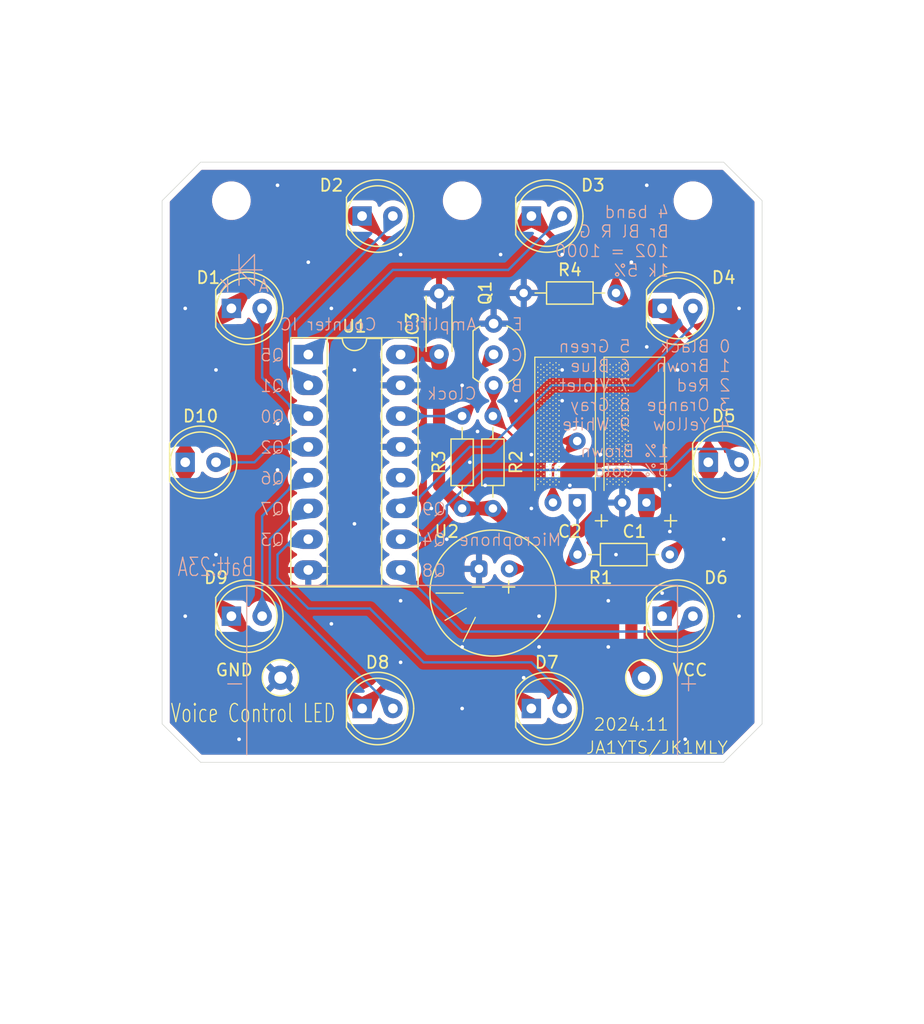
<source format=kicad_pcb>
(kicad_pcb (version 20240108) (generator "pcbnew") (generator_version "8.0")
  (layers (0 "F.Cu" signal) (31 "B.Cu" signal) (34 "B.Paste" user) (35 "F.Paste" user) (36 "B.SilkS" user "B.Silkscreen") (37 "F.SilkS" user "F.Silkscreen") (38 "B.Mask" user) (39 "F.Mask" user) (44 "Edge.Cuts" user))
  (net 0 "")
  (net 1 "VCC")
  (net 2 "GND")
  (net 3 "Net-(U2-+)")
  (net 4 "Net-(Q1-B)")
  (net 5 "Net-(D1-A)")
  (net 6 "Net-(D1-K)")
  (net 7 "Net-(D2-A)")
  (net 8 "Net-(D3-A)")
  (net 9 "Net-(D4-A)")
  (net 10 "Net-(D5-A)")
  (net 11 "Net-(D6-A)")
  (net 12 "Net-(D7-A)")
  (net 13 "Net-(D8-A)")
  (net 14 "Net-(D9-A)")
  (net 15 "Net-(D10-A)")
  (net 16 "Net-(Q1-C)")
  (footprint "TestPoint:TestPoint_Loop_D1.80mm_Drill1.0mm_Beaded" (layer "F.Cu") (at 167.4 93.98)
    (property "Reference" "J1")
    (property "Value" "VCC" (at 3.81 -0.635 0) (layer "F.SilkS"))
    (fp_circle (center 0 0) (end 1.5 0) (stroke (width 0.12)) (fill none) (layer "F.SilkS"))
    (pad "1" thru_hole circle (at 0 0) (size 2 2) (drill 1) (layers "*.Cu" "*.Mask") (net 1 "VCC"))
  )
  (footprint "Capacitor_THT:C_Disc_D4.3mm_W1.9mm_P5.00mm" (layer "F.Cu") (at 150.495 67.27 90)
    (property "Reference" "C3" (at 2.5 -2.2 90) (layer "F.SilkS"))
    (property "Value" "0.1u")
    (fp_line (start 4.77 -1.07) (end 4.77 -1.055) (stroke (width 0.12)) (layer "F.SilkS"))
    (fp_line (start 0.23 -1.07) (end 4.77 -1.07) (stroke (width 0.12)) (layer "F.SilkS"))
    (fp_line (start 0.23 -1.07) (end 0.23 -1.055) (stroke (width 0.12)) (layer "F.SilkS"))
    (fp_line (start 4.77 1.055) (end 4.77 1.07) (stroke (width 0.12)) (layer "F.SilkS"))
    (fp_line (start 0.23 1.055) (end 0.23 1.07) (stroke (width 0.12)) (layer "F.SilkS"))
    (fp_line (start 0.23 1.07) (end 4.77 1.07) (stroke (width 0.12)) (layer "F.SilkS"))
    (pad "1" thru_hole circle (at 0 0 90) (size 1.6 1.6) (drill 0.8) (layers "*.Cu" "*.Mask") (net 1 "VCC"))
    (pad "2" thru_hole circle (at 5 0 90) (size 1.6 1.6) (drill 0.8) (layers "*.Cu" "*.Mask") (net 2 "GND"))
  )
  (footprint "Library:CP_D5.0mm_L11mm_P2.00mm_horiz" (layer "F.Cu") (at 161.8975 79.5275 180)
    (property "Reference" "C2" (at 0.6075 -2.3875 0) (layer "F.SilkS"))
    (property "Value" "10u")
    (fp_line (start 3.5 12) (end -1.5 12) (stroke (width 0.1)) (layer "F.SilkS"))
    (fp_line (start 3.5 1) (end 3.5 12) (stroke (width 0.1)) (layer "F.SilkS"))
    (fp_line (start 3.25 1.5) (end 3.25 11.55) (stroke (width 0.1) (type dot)) (layer "F.SilkS"))
    (fp_line (start 3 1.725) (end 3 11.775) (stroke (width 0.1) (type dot)) (layer "F.SilkS"))
    (fp_line (start 2.75 1.5) (end 2.75 11.55) (stroke (width 0.1) (type dot)) (layer "F.SilkS"))
    (fp_line (start 2.5 1.7) (end 2.5 11.75) (stroke (width 0.1) (type dot)) (layer "F.SilkS"))
    (fp_line (start 2.25 1.45) (end 2.25 11.75) (stroke (width 0.1) (type dot)) (layer "F.SilkS"))
    (fp_line (start 2 1.7) (end 2 11.5) (stroke (width 0.1) (type dot)) (layer "F.SilkS"))
    (fp_line (start 1.75 1.45) (end 1.75 11.75) (stroke (width 0.1) (type dot)) (layer "F.SilkS"))
    (fp_line (start 1.5 1.7) (end 1.5 11.75) (stroke (width 0.1) (type dot)) (layer "F.SilkS"))
    (fp_line (start 1.5 1.7) (end 1.5 7.7) (stroke (width 0.1) (type dot)) (layer "F.SilkS"))
    (fp_line (start -1.5 12) (end -1.5 1) (stroke (width 0.1)) (layer "F.SilkS"))
    (fp_line (start -2 -2) (end -2 -1) (stroke (width 0.12)) (layer "F.SilkS"))
    (fp_line (start -2.5 -1.5) (end -1.5 -1.5) (stroke (width 0.12)) (layer "F.SilkS"))
    (pad "1" thru_hole rect (at 0 0 180) (size 1.4 1.4) (drill 0.7) (layers "*.Cu" "*.Mask") (net 3 "Net-(U2-+)"))
    (pad "2" thru_hole circle (at 2 0 180) (size 1.4 1.4) (drill 0.7) (layers "*.Cu" "*.Mask") (net 4 "Net-(Q1-B)"))
  )
  (footprint "MountingHole:MountingHole_2.7mm_M2.5" (layer "F.Cu") (at 171.45 54.61)
    (property "Reference" "H3")
    (property "Value" "MountingHole")
    (pad "" np_thru_hole circle (at 0 0) (size 2.7 2.7) (drill 2.7) (layers "*.Cu" "*.Mask"))
  )
  (footprint "Library:LED_D5.0mm_RS" (layer "F.Cu") (at 144.14 55.88)
    (property "Reference" "D2" (at -2.535 -2.54 0) (layer "F.SilkS"))
    (property "Value" "LED")
    (fp_line (start -1.29 -1.545) (end -1.29 1.545) (stroke (width 0.12)) (layer "F.SilkS"))
    (fp_arc (start -1.29 -1.54483) (mid 2.072002 -2.880433) (end 4.26 0.000462) (stroke (width 0.12)) (layer "F.SilkS"))
    (fp_arc (start 4.26 -0.000462) (mid 2.072002 2.880433) (end -1.29 1.54483) (stroke (width 0.12)) (layer "F.SilkS"))
    (fp_circle (center 1.27 0) (end 3.77 0) (stroke (width 0.12)) (fill none) (layer "F.SilkS"))
    (pad "1" thru_hole rect (at 0 0) (size 1.6 1.6) (drill 0.8) (layers "*.Cu" "*.Mask") (net 6 "Net-(D1-K)"))
    (pad "2" thru_hole circle (at 2.54 0) (size 1.6 1.6) (drill 0.8) (layers "*.Cu" "*.Mask") (net 7 "Net-(D2-A)"))
  )
  (footprint "Resistor_THT:R_Axial_DIN0204_L3.6mm_D1.6mm_P7.62mm_Horizontal" (layer "F.Cu") (at 165.1 62.23 180)
    (property "Reference" "R4" (at 3.81 1.905 0) (layer "F.SilkS"))
    (property "Value" "1k")
    (fp_line (start 6.68 0) (end 5.73 0) (stroke (width 0.12)) (layer "F.SilkS"))
    (fp_line (start 5.73 0.92) (end 5.73 -0.92) (stroke (width 0.12)) (layer "F.SilkS"))
    (fp_line (start 5.73 -0.92) (end 1.89 -0.92) (stroke (width 0.12)) (layer "F.SilkS"))
    (fp_line (start 1.89 0.92) (end 5.73 0.92) (stroke (width 0.12)) (layer "F.SilkS"))
    (fp_line (start 1.89 -0.92) (end 1.89 0.92) (stroke (width 0.12)) (layer "F.SilkS"))
    (fp_line (start 0.94 0) (end 1.89 0) (stroke (width 0.12)) (layer "F.SilkS"))
    (pad "1" thru_hole circle (at 0 0 180) (size 1.4 1.4) (drill 0.7) (layers "*.Cu" "*.Mask") (net 6 "Net-(D1-K)"))
    (pad "2" thru_hole oval (at 7.62 0 180) (size 1.4 1.4) (drill 0.7) (layers "*.Cu" "*.Mask") (net 2 "GND"))
  )
  (footprint "Library:LED_D5.0mm_RS" (layer "F.Cu") (at 172.72 76.2)
    (property "Reference" "D5" (at 1.27 -3.81 0) (layer "F.SilkS"))
    (property "Value" "LED")
    (fp_line (start -1.29 -1.545) (end -1.29 1.545) (stroke (width 0.12)) (layer "F.SilkS"))
    (fp_arc (start -1.29 -1.54483) (mid 2.072002 -2.880433) (end 4.26 0.000462) (stroke (width 0.12)) (layer "F.SilkS"))
    (fp_arc (start 4.26 -0.000462) (mid 2.072002 2.880433) (end -1.29 1.54483) (stroke (width 0.12)) (layer "F.SilkS"))
    (fp_circle (center 1.27 0) (end 3.77 0) (stroke (width 0.12)) (fill none) (layer "F.SilkS"))
    (pad "1" thru_hole rect (at 0 0) (size 1.6 1.6) (drill 0.8) (layers "*.Cu" "*.Mask") (net 6 "Net-(D1-K)"))
    (pad "2" thru_hole circle (at 2.54 0) (size 1.6 1.6) (drill 0.8) (layers "*.Cu" "*.Mask") (net 10 "Net-(D5-A)"))
  )
  (footprint "Resistor_THT:R_Axial_DIN0204_L3.6mm_D1.6mm_P7.62mm_Horizontal" (layer "F.Cu") (at 169.545 83.82 180)
    (property "Reference" "R1" (at 5.715 -1.905 360) (layer "F.SilkS"))
    (property "Value" "10k")
    (fp_line (start 6.68 0) (end 5.73 0) (stroke (width 0.12)) (layer "F.SilkS"))
    (fp_line (start 5.73 0.92) (end 5.73 -0.92) (stroke (width 0.12)) (layer "F.SilkS"))
    (fp_line (start 5.73 -0.92) (end 1.89 -0.92) (stroke (width 0.12)) (layer "F.SilkS"))
    (fp_line (start 1.89 0.92) (end 5.73 0.92) (stroke (width 0.12)) (layer "F.SilkS"))
    (fp_line (start 1.89 -0.92) (end 1.89 0.92) (stroke (width 0.12)) (layer "F.SilkS"))
    (fp_line (start 0.94 0) (end 1.89 0) (stroke (width 0.12)) (layer "F.SilkS"))
    (pad "1" thru_hole circle (at 0 0 180) (size 1.4 1.4) (drill 0.7) (layers "*.Cu" "*.Mask") (net 1 "VCC"))
    (pad "2" thru_hole oval (at 7.62 0 180) (size 1.4 1.4) (drill 0.7) (layers "*.Cu" "*.Mask") (net 3 "Net-(U2-+)"))
  )
  (footprint "MountingHole:MountingHole_2.7mm_M2.5" (layer "F.Cu") (at 152.4 54.61)
    (property "Reference" "H2")
    (property "Value" "MountingHole")
    (pad "" np_thru_hole circle (at 0 0) (size 2.7 2.7) (drill 2.7) (layers "*.Cu" "*.Mask"))
  )
  (footprint "" (layer "F.Cu") (at 161.8975 74.4475)
    (property "Reference" "" (at 0 0 0) (layer "F.SilkS") (effects (font (size 1.27 1.27))))
    (property "Value" "")
    (pad "2" thru_hole circle (at 0 0 180) (size 1.4 1.4) (drill 0.7) (layers "*.Cu" "*.Mask") (net 4 "Net-(Q1-B)"))
  )
  (footprint "Library:LED_D5.0mm_RS" (layer "F.Cu") (at 168.91 88.9)
    (property "Reference" "D6" (at 4.445 -3.175 0) (layer "F.SilkS"))
    (property "Value" "LED")
    (fp_line (start -1.29 -1.545) (end -1.29 1.545) (stroke (width 0.12)) (layer "F.SilkS"))
    (fp_arc (start -1.29 -1.54483) (mid 2.072002 -2.880433) (end 4.26 0.000462) (stroke (width 0.12)) (layer "F.SilkS"))
    (fp_arc (start 4.26 -0.000462) (mid 2.072002 2.880433) (end -1.29 1.54483) (stroke (width 0.12)) (layer "F.SilkS"))
    (fp_circle (center 1.27 0) (end 3.77 0) (stroke (width 0.12)) (fill none) (layer "F.SilkS"))
    (pad "1" thru_hole rect (at 0 0) (size 1.6 1.6) (drill 0.8) (layers "*.Cu" "*.Mask") (net 6 "Net-(D1-K)"))
    (pad "2" thru_hole circle (at 2.54 0) (size 1.6 1.6) (drill 0.8) (layers "*.Cu" "*.Mask") (net 11 "Net-(D6-A)"))
  )
  (footprint "Package_DIP:DIP-16_W7.62mm_Socket_LongPads" (layer "F.Cu") (at 139.7 67.31)
    (property "Reference" "U1" (at 3.81 -2.33 0) (layer "F.SilkS"))
    (property "Value" "4017")
    (fp_line (start -1.44 -1.39) (end -1.44 19.17) (stroke (width 0.12)) (layer "F.SilkS"))
    (fp_line (start -1.44 19.17) (end 9.06 19.17) (stroke (width 0.12)) (layer "F.SilkS"))
    (fp_line (start 1.56 -1.33) (end 1.56 19.11) (stroke (width 0.12)) (layer "F.SilkS"))
    (fp_line (start 1.56 19.11) (end 6.06 19.11) (stroke (width 0.12)) (layer "F.SilkS"))
    (fp_line (start 2.81 -1.33) (end 1.56 -1.33) (stroke (width 0.12)) (layer "F.SilkS"))
    (fp_line (start 6.06 -1.33) (end 4.81 -1.33) (stroke (width 0.12)) (layer "F.SilkS"))
    (fp_line (start 6.06 19.11) (end 6.06 -1.33) (stroke (width 0.12)) (layer "F.SilkS"))
    (fp_line (start 9.06 -1.39) (end -1.44 -1.39) (stroke (width 0.12)) (layer "F.SilkS"))
    (fp_line (start 9.06 19.17) (end 9.06 -1.39) (stroke (width 0.12)) (layer "F.SilkS"))
    (fp_arc (start 4.81 -1.33) (mid 3.81 -0.33) (end 2.81 -1.33) (stroke (width 0.12)) (layer "F.SilkS"))
    (pad "1" thru_hole rect (at 0 0) (size 2.4 1.6) (drill 0.8) (layers "*.Cu" "*.Mask") (net 8 "Net-(D3-A)"))
    (pad "2" thru_hole oval (at 0 2.54) (size 2.4 1.6) (drill 0.8) (layers "*.Cu" "*.Mask") (net 7 "Net-(D2-A)"))
    (pad "3" thru_hole oval (at 0 5.08) (size 2.4 1.6) (drill 0.8) (layers "*.Cu" "*.Mask") (net 5 "Net-(D1-A)"))
    (pad "4" thru_hole oval (at 0 7.62) (size 2.4 1.6) (drill 0.8) (layers "*.Cu" "*.Mask") (net 15 "Net-(D10-A)"))
    (pad "5" thru_hole oval (at 0 10.16) (size 2.4 1.6) (drill 0.8) (layers "*.Cu" "*.Mask") (net 14 "Net-(D9-A)"))
    (pad "6" thru_hole oval (at 0 12.7) (size 2.4 1.6) (drill 0.8) (layers "*.Cu" "*.Mask") (net 13 "Net-(D8-A)"))
    (pad "7" thru_hole oval (at 0 15.24) (size 2.4 1.6) (drill 0.8) (layers "*.Cu" "*.Mask") (net 12 "Net-(D7-A)"))
    (pad "8" thru_hole oval (at 0 17.78) (size 2.4 1.6) (drill 0.8) (layers "*.Cu" "*.Mask") (net 2 "GND"))
    (pad "9" thru_hole oval (at 7.62 17.78) (size 2.4 1.6) (drill 0.8) (layers "*.Cu" "*.Mask") (net 11 "Net-(D6-A)"))
    (pad "10" thru_hole oval (at 7.62 15.24) (size 2.4 1.6) (drill 0.8) (layers "*.Cu" "*.Mask") (net 10 "Net-(D5-A)"))
    (pad "11" thru_hole oval (at 7.62 12.7) (size 2.4 1.6) (drill 0.8) (layers "*.Cu" "*.Mask") (net 9 "Net-(D4-A)"))
    (pad "12" thru_hole oval (at 7.62 10.16) (size 2.4 1.6) (drill 0.8) (layers "*.Cu" "*.Mask"))
    (pad "13" thru_hole oval (at 7.62 7.62) (size 2.4 1.6) (drill 0.8) (layers "*.Cu" "*.Mask") (net 2 "GND"))
    (pad "14" thru_hole oval (at 7.62 5.08) (size 2.4 1.6) (drill 0.8) (layers "*.Cu" "*.Mask") (net 16 "Net-(Q1-C)"))
    (pad "15" thru_hole oval (at 7.62 2.54) (size 2.4 1.6) (drill 0.8) (layers "*.Cu" "*.Mask") (net 2 "GND"))
    (pad "16" thru_hole oval (at 7.62 0) (size 2.4 1.6) (drill 0.8) (layers "*.Cu" "*.Mask") (net 1 "VCC"))
  )
  (footprint "Library:LED_D5.0mm_RS" (layer "F.Cu") (at 168.91 63.5)
    (property "Reference" "D4" (at 5.08 -2.54 0) (layer "F.SilkS"))
    (property "Value" "LED")
    (fp_line (start -1.29 -1.545) (end -1.29 1.545) (stroke (width 0.12)) (layer "F.SilkS"))
    (fp_arc (start -1.29 -1.54483) (mid 2.072002 -2.880433) (end 4.26 0.000462) (stroke (width 0.12)) (layer "F.SilkS"))
    (fp_arc (start 4.26 -0.000462) (mid 2.072002 2.880433) (end -1.29 1.54483) (stroke (width 0.12)) (layer "F.SilkS"))
    (fp_circle (center 1.27 0) (end 3.77 0) (stroke (width 0.12)) (fill none) (layer "F.SilkS"))
    (pad "1" thru_hole rect (at 0 0) (size 1.6 1.6) (drill 0.8) (layers "*.Cu" "*.Mask") (net 6 "Net-(D1-K)"))
    (pad "2" thru_hole circle (at 2.54 0) (size 1.6 1.6) (drill 0.8) (layers "*.Cu" "*.Mask") (net 9 "Net-(D4-A)"))
  )
  (footprint "MountingHole:MountingHole_2.7mm_M2.5" (layer "F.Cu") (at 133.35 54.61)
    (property "Reference" "H1")
    (property "Value" "MountingHole")
    (pad "" np_thru_hole circle (at 0 0) (size 2.7 2.7) (drill 2.7) (layers "*.Cu" "*.Mask"))
  )
  (footprint "Resistor_THT:R_Axial_DIN0204_L3.6mm_D1.6mm_P7.62mm_Horizontal" (layer "F.Cu") (at 154.94 80.01 90)
    (property "Reference" "R2" (at 3.81 1.905 90) (layer "F.SilkS"))
    (property "Value" "1M")
    (fp_line (start 5.73 -0.92) (end 1.89 -0.92) (stroke (width 0.12)) (layer "F.SilkS"))
    (fp_line (start 1.89 -0.92) (end 1.89 0.92) (stroke (width 0.12)) (layer "F.SilkS"))
    (fp_line (start 6.68 0) (end 5.73 0) (stroke (width 0.12)) (layer "F.SilkS"))
    (fp_line (start 0.94 0) (end 1.89 0) (stroke (width 0.12)) (layer "F.SilkS"))
    (fp_line (start 5.73 0.92) (end 5.73 -0.92) (stroke (width 0.12)) (layer "F.SilkS"))
    (fp_line (start 1.89 0.92) (end 5.73 0.92) (stroke (width 0.12)) (layer "F.SilkS"))
    (pad "1" thru_hole circle (at 0 0 90) (size 1.4 1.4) (drill 0.7) (layers "*.Cu" "*.Mask") (net 1 "VCC"))
    (pad "2" thru_hole oval (at 7.62 0 90) (size 1.4 1.4) (drill 0.7) (layers "*.Cu" "*.Mask") (net 4 "Net-(Q1-B)"))
  )
  (footprint "Library:LED_D5.0mm_RS" (layer "F.Cu") (at 133.35 63.5)
    (property "Reference" "D1" (at -1.905 -2.54 0) (layer "F.SilkS"))
    (property "Value" "LED")
    (fp_line (start -1.29 -1.545) (end -1.29 1.545) (stroke (width 0.12)) (layer "F.SilkS"))
    (fp_arc (start -1.29 -1.54483) (mid 2.072002 -2.880433) (end 4.26 0.000462) (stroke (width 0.12)) (layer "F.SilkS"))
    (fp_arc (start 4.26 -0.000462) (mid 2.072002 2.880433) (end -1.29 1.54483) (stroke (width 0.12)) (layer "F.SilkS"))
    (fp_circle (center 1.27 0) (end 3.77 0) (stroke (width 0.12)) (fill none) (layer "F.SilkS"))
    (pad "1" thru_hole rect (at 0 0) (size 1.6 1.6) (drill 0.8) (layers "*.Cu" "*.Mask") (net 6 "Net-(D1-K)"))
    (pad "2" thru_hole circle (at 2.54 0) (size 1.6 1.6) (drill 0.8) (layers "*.Cu" "*.Mask") (net 5 "Net-(D1-A)"))
  )
  (footprint "Library:LED_D5.0mm_RS" (layer "F.Cu") (at 144.145 96.52)
    (property "Reference" "D8" (at 1.27 -3.81 0) (layer "F.SilkS"))
    (property "Value" "LED")
    (fp_line (start -1.29 -1.545) (end -1.29 1.545) (stroke (width 0.12)) (layer "F.SilkS"))
    (fp_arc (start -1.29 -1.54483) (mid 2.072002 -2.880433) (end 4.26 0.000462) (stroke (width 0.12)) (layer "F.SilkS"))
    (fp_arc (start 4.26 -0.000462) (mid 2.072002 2.880433) (end -1.29 1.54483) (stroke (width 0.12)) (layer "F.SilkS"))
    (fp_circle (center 1.27 0) (end 3.77 0) (stroke (width 0.12)) (fill none) (layer "F.SilkS"))
    (pad "1" thru_hole rect (at 0 0) (size 1.6 1.6) (drill 0.8) (layers "*.Cu" "*.Mask") (net 6 "Net-(D1-K)"))
    (pad "2" thru_hole circle (at 2.54 0) (size 1.6 1.6) (drill 0.8) (layers "*.Cu" "*.Mask") (net 13 "Net-(D8-A)"))
  )
  (footprint "Library:LED_D5.0mm_RS" (layer "F.Cu") (at 133.35 88.9)
    (property "Reference" "D9" (at -1.27 -3.175 0) (layer "F.SilkS"))
    (property "Value" "LED")
    (fp_line (start -1.29 -1.545) (end -1.29 1.545) (stroke (width 0.12)) (layer "F.SilkS"))
    (fp_arc (start -1.29 -1.54483) (mid 2.072002 -2.880433) (end 4.26 0.000462) (stroke (width 0.12)) (layer "F.SilkS"))
    (fp_arc (start 4.26 -0.000462) (mid 2.072002 2.880433) (end -1.29 1.54483) (stroke (width 0.12)) (layer "F.SilkS"))
    (fp_circle (center 1.27 0) (end 3.77 0) (stroke (width 0.12)) (fill none) (layer "F.SilkS"))
    (pad "1" thru_hole rect (at 0 0) (size 1.6 1.6) (drill 0.8) (layers "*.Cu" "*.Mask") (net 6 "Net-(D1-K)"))
    (pad "2" thru_hole circle (at 2.54 0) (size 1.6 1.6) (drill 0.8) (layers "*.Cu" "*.Mask") (net 14 "Net-(D9-A)"))
  )
  (footprint "Library:LED_D5.0mm_RS" (layer "F.Cu") (at 129.54 76.2)
    (property "Reference" "D10" (at 1.27 -3.81 0) (layer "F.SilkS"))
    (property "Value" "LED")
    (fp_line (start -1.29 -1.545) (end -1.29 1.545) (stroke (width 0.12)) (layer "F.SilkS"))
    (fp_arc (start -1.29 -1.54483) (mid 2.072002 -2.880433) (end 4.26 0.000462) (stroke (width 0.12)) (layer "F.SilkS"))
    (fp_arc (start 4.26 -0.000462) (mid 2.072002 2.880433) (end -1.29 1.54483) (stroke (width 0.12)) (layer "F.SilkS"))
    (fp_circle (center 1.27 0) (end 3.77 0) (stroke (width 0.12)) (fill none) (layer "F.SilkS"))
    (pad "1" thru_hole rect (at 0 0) (size 1.6 1.6) (drill 0.8) (layers "*.Cu" "*.Mask") (net 6 "Net-(D1-K)"))
    (pad "2" thru_hole circle (at 2.54 0) (size 1.6 1.6) (drill 0.8) (layers "*.Cu" "*.Mask") (net 15 "Net-(D10-A)"))
  )
  (footprint "TestPoint:TestPoint_Loop_D1.80mm_Drill1.0mm_Beaded" (layer "F.Cu") (at 137.4 93.98)
    (property "Reference" "J2")
    (property "Value" "GND" (at -3.81 -0.635 0) (layer "F.SilkS"))
    (fp_circle (center 0 0) (end 1.5 0) (stroke (width 0.12)) (fill none) (layer "F.SilkS"))
    (pad "1" thru_hole circle (at 0 0) (size 2 2) (drill 1) (layers "*.Cu" "*.Mask") (net 2 "GND"))
  )
  (footprint "Library:CP_D5.0mm_L11mm_P2.00mm_horiz" (layer "F.Cu") (at 167.6125 79.5275 180)
    (property "Reference" "C1" (at 1 -2.3875 0) (layer "F.SilkS"))
    (property "Value" "10u")
    (fp_line (start 3.5 12) (end -1.5 12) (stroke (width 0.1)) (layer "F.SilkS"))
    (fp_line (start 3.5 1) (end 3.5 12) (stroke (width 0.1)) (layer "F.SilkS"))
    (fp_line (start 3.25 1.5) (end 3.25 11.55) (stroke (width 0.1) (type dot)) (layer "F.SilkS"))
    (fp_line (start 3 1.725) (end 3 11.775) (stroke (width 0.1) (type dot)) (layer "F.SilkS"))
    (fp_line (start 2.75 1.5) (end 2.75 11.55) (stroke (width 0.1) (type dot)) (layer "F.SilkS"))
    (fp_line (start 2.5 1.7) (end 2.5 11.75) (stroke (width 0.1) (type dot)) (layer "F.SilkS"))
    (fp_line (start 2.25 1.45) (end 2.25 11.75) (stroke (width 0.1) (type dot)) (layer "F.SilkS"))
    (fp_line (start 2 1.7) (end 2 11.5) (stroke (width 0.1) (type dot)) (layer "F.SilkS"))
    (fp_line (start 1.75 1.45) (end 1.75 11.75) (stroke (width 0.1) (type dot)) (layer "F.SilkS"))
    (fp_line (start 1.5 1.7) (end 1.5 11.75) (stroke (width 0.1) (type dot)) (layer "F.SilkS"))
    (fp_line (start 1.5 1.7) (end 1.5 7.7) (stroke (width 0.1) (type dot)) (layer "F.SilkS"))
    (fp_line (start -1.5 12) (end -1.5 1) (stroke (width 0.1)) (layer "F.SilkS"))
    (fp_line (start -2 -2) (end -2 -1) (stroke (width 0.12)) (layer "F.SilkS"))
    (fp_line (start -2.5 -1.5) (end -1.5 -1.5) (stroke (width 0.12)) (layer "F.SilkS"))
    (pad "1" thru_hole rect (at 0 0 180) (size 1.4 1.4) (drill 0.7) (layers "*.Cu" "*.Mask") (net 1 "VCC"))
    (pad "2" thru_hole circle (at 2 0 180) (size 1.4 1.4) (drill 0.7) (layers "*.Cu" "*.Mask") (net 2 "GND"))
  )
  (footprint "Library:LED_D5.0mm_RS" (layer "F.Cu") (at 158.115 55.88)
    (property "Reference" "D3" (at 5.08 -2.54 0) (layer "F.SilkS"))
    (property "Value" "LED")
    (fp_line (start -1.29 -1.545) (end -1.29 1.545) (stroke (width 0.12)) (layer "F.SilkS"))
    (fp_arc (start -1.29 -1.54483) (mid 2.072002 -2.880433) (end 4.26 0.000462) (stroke (width 0.12)) (layer "F.SilkS"))
    (fp_arc (start 4.26 -0.000462) (mid 2.072002 2.880433) (end -1.29 1.54483) (stroke (width 0.12)) (layer "F.SilkS"))
    (fp_circle (center 1.27 0) (end 3.77 0) (stroke (width 0.12)) (fill none) (layer "F.SilkS"))
    (pad "1" thru_hole rect (at 0 0) (size 1.6 1.6) (drill 0.8) (layers "*.Cu" "*.Mask") (net 6 "Net-(D1-K)"))
    (pad "2" thru_hole circle (at 2.54 0) (size 1.6 1.6) (drill 0.8) (layers "*.Cu" "*.Mask") (net 8 "Net-(D3-A)"))
  )
  (footprint "Library:TO-92L_Inline_round" (layer "F.Cu") (at 154.998 64.76 -90)
    (property "Reference" "Q1" (at -2.53 0.693 90) (layer "F.SilkS"))
    (property "Value" "2SC1815")
    (fp_line (start 0.6 1.7) (end 4.45 1.7) (stroke (width 0.12)) (layer "F.SilkS"))
    (fp_arc (start 0.6 1.7) (mid 0.389183 1.423933) (end 0.217369 1.122045) (stroke (width 0.12)) (layer "F.SilkS"))
    (fp_arc (start 4.842383 1.112264) (mid 4.666594 1.419753) (end 4.45 1.7) (stroke (width 0.12)) (layer "F.SilkS"))
    (fp_arc (start 0.1836 -1.098807) (mid 1.143021 -2.192817) (end 2.54 -2.6) (stroke (width 0.12)) (layer "F.SilkS"))
    (fp_arc (start 2.54 -2.6) (mid 3.936979 -2.192818) (end 4.8964 -1.098807) (stroke (width 0.12)) (layer "F.SilkS"))
    (pad "1" thru_hole circle (at 0 0 270) (size 1.5 1.5) (drill 0.8) (layers "*.Cu" "*.Mask") (net 2 "GND"))
    (pad "2" thru_hole circle (at 2.54 0 270) (size 1.5 1.5) (drill 0.8) (layers "*.Cu" "*.Mask") (net 16 "Net-(Q1-C)"))
    (pad "3" thru_hole circle (at 5.08 0 270) (size 1.5 1.5) (drill 0.8) (layers "*.Cu" "*.Mask") (net 4 "Net-(Q1-B)"))
  )
  (footprint "Library:ECM-D9.7_P2.5" (layer "F.Cu") (at 153.99 85.995)
    (property "Reference" "U2" (at -2.86 -4.08 0) (layer "F.SilkS"))
    (property "Value" "Microphone")
    (fp_line (start -3.75 1) (end -1.5 1) (stroke (width 0.1)) (layer "F.SilkS"))
    (fp_line (start -3 3.25) (end -1.25 2.25) (stroke (width 0.1)) (layer "F.SilkS"))
    (fp_line (start -1.5 5) (end -0.5 3) (stroke (width 0.1)) (layer "F.SilkS"))
    (fp_line (start 0.25 0.5) (end -0.75 0.5) (stroke (width 0.12)) (layer "F.SilkS"))
    (fp_line (start 2.25 0) (end 2.25 1) (stroke (width 0.12)) (layer "F.SilkS"))
    (fp_line (start 2.75 0.5) (end 1.75 0.5) (stroke (width 0.12)) (layer "F.SilkS"))
    (fp_circle (center 0.95 1) (end 6.15 1) (stroke (width 0.12)) (fill none) (layer "F.SilkS"))
    (pad "1" thru_hole roundrect (at -0.2 -1) (size 1.4 1.4) (drill 0.7) (layers "*.Cu" "*.Mask") (net 2 "GND"))
    (pad "2" thru_hole circle (at 2.3 -1) (size 1.4 1.4) (drill 0.7) (layers "*.Cu" "*.Mask") (net 3 "Net-(U2-+)"))
  )
  (footprint "Library:LED_D5.0mm_RS" (layer "F.Cu") (at 158.11 96.52)
    (property "Reference" "D7" (at 1.275 -3.81 0) (layer "F.SilkS"))
    (property "Value" "LED")
    (fp_line (start -1.29 -1.545) (end -1.29 1.545) (stroke (width 0.12)) (layer "F.SilkS"))
    (fp_arc (start -1.29 -1.54483) (mid 2.072002 -2.880433) (end 4.26 0.000462) (stroke (width 0.12)) (layer "F.SilkS"))
    (fp_arc (start 4.26 -0.000462) (mid 2.072002 2.880433) (end -1.29 1.54483) (stroke (width 0.12)) (layer "F.SilkS"))
    (fp_circle (center 1.27 0) (end 3.77 0) (stroke (width 0.12)) (fill none) (layer "F.SilkS"))
    (pad "1" thru_hole rect (at 0 0) (size 1.6 1.6) (drill 0.8) (layers "*.Cu" "*.Mask") (net 6 "Net-(D1-K)"))
    (pad "2" thru_hole circle (at 2.54 0) (size 1.6 1.6) (drill 0.8) (layers "*.Cu" "*.Mask") (net 12 "Net-(D7-A)"))
  )
  (footprint "Resistor_THT:R_Axial_DIN0204_L3.6mm_D1.6mm_P7.62mm_Horizontal" (layer "F.Cu") (at 152.4 80.01 90)
    (property "Reference" "R3" (at 3.81 -1.92 90) (layer "F.SilkS"))
    (property "Value" "10k")
    (fp_line (start 5.73 -0.92) (end 1.89 -0.92) (stroke (width 0.12)) (layer "F.SilkS"))
    (fp_line (start 1.89 -0.92) (end 1.89 0.92) (stroke (width 0.12)) (layer "F.SilkS"))
    (fp_line (start 6.68 0) (end 5.73 0) (stroke (width 0.12)) (layer "F.SilkS"))
    (fp_line (start 0.94 0) (end 1.89 0) (stroke (width 0.12)) (layer "F.SilkS"))
    (fp_line (start 5.73 0.92) (end 5.73 -0.92) (stroke (width 0.12)) (layer "F.SilkS"))
    (fp_line (start 1.89 0.92) (end 5.73 0.92) (stroke (width 0.12)) (layer "F.SilkS"))
    (pad "1" thru_hole circle (at 0 0 90) (size 1.4 1.4) (drill 0.7) (layers "*.Cu" "*.Mask") (net 1 "VCC"))
    (pad "2" thru_hole oval (at 7.62 0 90) (size 1.4 1.4) (drill 0.7) (layers "*.Cu" "*.Mask") (net 16 "Net-(Q1-C)"))
  )
  (gr_line (start 135.255 61.595) (end 133.985 60.325) (stroke (width 0.1)) (layer "B.SilkS"))
  (gr_line (start 135.89 60.325) (end 133.35 60.325) (stroke (width 0.1)) (layer "B.SilkS"))
  (gr_line (start 135.255 59.055) (end 133.985 60.325) (stroke (width 0.1)) (layer "B.SilkS"))
  (gr_line (start 170.18 86.36) (end 170.18 100.33) (stroke (width 0.1)) (layer "B.SilkS"))
  (gr_line (start 135.255 59.055) (end 135.255 61.595) (stroke (width 0.1)) (layer "B.SilkS"))
  (gr_line (start 134.62 86.36) (end 134.62 100.33) (stroke (width 0.1)) (layer "B.SilkS"))
  (gr_line (start 133.985 59.055) (end 133.985 61.595) (stroke (width 0.1)) (layer "B.SilkS"))
  (gr_line (start 170.18 86.36) (end 134.62 86.36) (stroke (width 0.1)) (layer "B.SilkS"))
  (gr_line (start 130.81 51.435) (end 127.635 54.61) (stroke (width 0.05)) (layer "Edge.Cuts"))
  (gr_line (start 130.81 51.435) (end 173.99 51.435) (stroke (width 0.05)) (layer "Edge.Cuts"))
  (gr_line (start 173.99 100.965) (end 130.81 100.965) (stroke (width 0.05)) (layer "Edge.Cuts"))
  (gr_line (start 177.165 54.61) (end 177.165 97.79) (stroke (width 0.05)) (layer "Edge.Cuts"))
  (gr_line (start 127.635 97.79) (end 130.81 100.965) (stroke (width 0.05)) (layer "Edge.Cuts"))
  (gr_line (start 177.165 97.79) (end 173.99 100.965) (stroke (width 0.05)) (layer "Edge.Cuts"))
  (gr_line (start 173.99 51.435) (end 177.165 54.61) (stroke (width 0.05)) (layer "Edge.Cuts"))
  (gr_line (start 127.635 97.79) (end 127.635 54.61) (stroke (width 0.05)) (layer "Edge.Cuts"))
  (gr_text "Q8" (at 151.13 85.725 0) (layer "B.SilkS") (effects (font (size 1 1) (thickness 0.1)) (justify left bottom mirror)))
  (gr_text "C" (at 157.48 67.945 0) (layer "B.SilkS") (effects (font (size 1 1) (thickness 0.1)) (justify left bottom mirror)))
  (gr_text "Q6" (at 137.795 78.105 0) (layer "B.SilkS") (effects (font (size 1 1) (thickness 0.1)) (justify left bottom mirror)))
  (gr_text "Q7" (at 137.795 80.645 0) (layer "B.SilkS") (effects (font (size 1 1) (thickness 0.1)) (justify left bottom mirror)))
  (gr_text "0 Black\n1 Brown\n2 Red\n3 Orange\n4 Yellow" (at 174.625 73.66 0) (layer "B.SilkS") (effects (font (size 1 1) (thickness 0.1)) (justify left bottom mirror)))
  (gr_text "Q2" (at 137.795 75.565 0) (layer "B.SilkS") (effects (font (size 1 1) (thickness 0.1)) (justify left bottom mirror)))
  (gr_text "Microphone" (at 160.655 83.185 0) (layer "B.SilkS") (effects (font (size 1 1) (thickness 0.1)) (justify left bottom mirror)))
  (gr_text "Amplifier" (at 153.67 65.405 0) (layer "B.SilkS") (effects (font (size 1 1) (thickness 0.1)) (justify left bottom mirror)))
  (gr_text "-" (at 134.62 95.25 0) (layer "B.SilkS") (effects (font (size 1.5 1.5) (thickness 0.1)) (justify left bottom mirror)))
  (gr_text "Q1" (at 137.795 70.485 0) (layer "B.SilkS") (effects (font (size 1 1) (thickness 0.1)) (justify left bottom mirror)))
  (gr_text "Batt:23A" (at 135.255 85.725 0) (layer "B.SilkS") (effects (font (size 1.5 1) (thickness 0.1)) (justify left bottom mirror)))
  (gr_text "Q0" (at 137.795 73.025 0) (layer "B.SilkS") (effects (font (size 1 1) (thickness 0.1)) (justify left bottom mirror)))
  (gr_text "4 band\nBr Bl R G\n102 = 1000\n1k 5%" (at 169.545 60.96 0) (layer "B.SilkS") (effects (font (size 1 1) (thickness 0.1)) (justify left bottom mirror)))
  (gr_text "A" (at 136.525 62.23 0) (layer "B.SilkS") (effects (font (size 1 1) (thickness 0.1)) (justify left bottom mirror)))
  (gr_text "Q5" (at 137.795 67.945 0) (layer "B.SilkS") (effects (font (size 1 1) (thickness 0.1)) (justify left bottom mirror)))
  (gr_text "Clock" (at 153.67 71.12 0) (layer "B.SilkS") (effects (font (size 1 1) (thickness 0.1)) (justify left bottom mirror)))
  (gr_text "Counter IC" (at 145.415 65.405 0) (layer "B.SilkS") (effects (font (size 1 1) (thickness 0.1)) (justify left bottom mirror)))
  (gr_text "E" (at 157.48 65.405 0) (layer "B.SilkS") (effects (font (size 1 1) (thickness 0.1)) (justify left bottom mirror)))
  (gr_text "Q3" (at 137.795 83.185 0) (layer "B.SilkS") (effects (font (size 1 1) (thickness 0.1)) (justify left bottom mirror)))
  (gr_text "5 Green\n6 Blue\n7 Violet\n8 Gray\n9 White" (at 166.37 73.66 0) (layer "B.SilkS") (effects (font (size 1 1) (thickness 0.1)) (justify left bottom mirror)))
  (gr_text "K" (at 133.35 62.23 0) (layer "B.SilkS") (effects (font (size 1 1) (thickness 0.1)) (justify left bottom mirror)))
  (gr_text "Q4" (at 151.13 83.185 0) (layer "B.SilkS") (effects (font (size 1 1) (thickness 0.1)) (justify left bottom mirror)))
  (gr_text "+" (at 172.085 95.25 0) (layer "B.SilkS") (effects (font (size 1.5 1.5) (thickness 0.1)) (justify left bottom mirror)))
  (gr_text "B" (at 157.48 70.485 0) (layer "B.SilkS") (effects (font (size 1 1) (thickness 0.1)) (justify left bottom mirror)))
  (gr_text "Q9" (at 151.13 80.645 0) (layer "B.SilkS") (effects (font (size 1 1) (thickness 0.1)) (justify left bottom mirror)))
  (gr_text "1% Brown\n5% Gold\n" (at 169.545 77.47 0) (layer "B.SilkS") (effects (font (size 1 1) (thickness 0.1)) (justify left bottom mirror)))
  (gr_text "Voice Control LED" (at 128.27 97.79 0) (layer "F.SilkS") (effects (font (size 1.5 1) (thickness 0.1)) (justify left bottom)))
  (gr_text "JA1YTS/JK1MLY" (at 162.56 100.33 0) (layer "F.SilkS") (effects (font (size 1 1) (thickness 0.1)) (justify left bottom)))
  (gr_text "2024.11" (at 163.195 98.425 0) (layer "F.SilkS") (effects (font (size 1 1) (thickness 0.1)) (justify left bottom)))
  (segment (start 167.6125 78.0775) (end 167.005 77.47) (width 1) (layer "F.Cu") (net 1))
  (segment (start 170.815 82.55) (end 170.815 80.9625) (width 0.5) (layer "F.Cu") (net 1))
  (segment (start 167.005 77.47) (end 164.465 77.47) (width 1) (layer "F.Cu") (net 1))
  (segment (start 163.83 80.195) (end 163.1975 80.8275) (width 1) (layer "F.Cu") (net 1))
  (segment (start 169.3925 79.5275) (end 167.6125 79.5275) (width 0.5) (layer "F.Cu") (net 1))
  (segment (start 149.9 67.27) (end 149.86 67.31) (width 0.2) (layer "F.Cu") (net 1))
  (segment (start 167.64 79.555) (end 167.6125 79.5275) (width 1) (layer "F.Cu") (net 1))
  (segment (start 150.495 67.27) (end 149.9 67.27) (width 0.2) (layer "F.Cu") (net 1))
  (segment (start 166.37 85.09) (end 167.64 83.82) (width 1) (layer "F.Cu") (net 1))
  (segment (start 150.495 78.105) (end 150.495 67.27) (width 1) (layer "F.Cu") (net 1))
  (segment (start 154.94 80.01) (end 152.4 80.01) (width 1) (layer "F.Cu") (net 1))
  (segment (start 169.545 83.82) (end 170.815 82.55) (width 0.5) (layer "F.Cu") (net 1))
  (segment (start 164.465 77.47) (end 163.83 78.105) (width 1) (layer "F.Cu") (net 1))
  (segment (start 156.845 81.915) (end 154.94 80.01) (width 1) (layer "F.Cu") (net 1))
  (segment (start 163.83 78.105) (end 163.83 80.195) (width 1) (layer "F.Cu") (net 1))
  (segment (start 166.37 92.95) (end 166.37 85.09) (width 1) (layer "F.Cu") (net 1))
  (segment (start 162.11 81.915) (end 156.845 81.915) (width 1) (layer "F.Cu") (net 1))
  (segment (start 152.4 80.01) (end 150.495 78.105) (width 1) (layer "F.Cu") (net 1))
  (segment (start 169.3925 79.54) (end 169.3925 79.5275) (width 0.5) (layer "F.Cu") (net 1))
  (segment (start 149.86 67.31) (end 147.32 67.31) (width 1) (layer "F.Cu") (net 1))
  (segment (start 170.815 80.9625) (end 169.3925 79.54) (width 0.5) (layer "F.Cu") (net 1))
  (segment (start 167.4 93.98) (end 166.37 92.95) (width 1) (layer "F.Cu") (net 1))
  (segment (start 167.6125 79.5275) (end 167.6125 78.0775) (width 1) (layer "F.Cu") (net 1))
  (segment (start 167.64 83.82) (end 167.64 79.555) (width 1) (layer "F.Cu") (net 1))
  (segment (start 163.1975 80.8275) (end 162.11 81.915) (width 1) (layer "F.Cu") (net 1))
  (via (at 167.64 53.34) (size 0.6) (drill 0.3) (layers "F.Cu" "B.Cu") (net 2))
  (via (at 132.08 83.82) (size 0.6) (drill 0.3) (layers "F.Cu" "B.Cu") (net 2))
  (via (at 153.035 76.2) (size 0.6) (drill 0.3) (layers "F.Cu" "B.Cu") (net 2))
  (via (at 160.655 59.055) (size 0.6) (drill 0.3) (layers "F.Cu" "B.Cu") (net 2))
  (via (at 164.465 87.63) (size 0.6) (drill 0.3) (layers "F.Cu" "B.Cu") (net 2))
  (via (at 141.605 63.5) (size 0.6) (drill 0.3) (layers "F.Cu" "B.Cu") (net 2))
  (via (at 154.305 78.105) (size 0.6) (drill 0.3) (layers "F.Cu" "B.Cu") (net 2))
  (via (at 169.545 81.915) (size 0.6) (drill 0.3) (layers "F.Cu" "B.Cu") (net 2))
  (via (at 152.4 96.52) (size 0.6) (drill 0.3) (layers "F.Cu" "B.Cu") (net 2))
  (via (at 129.54 88.9) (size 0.6) (drill 0.3) (layers "F.Cu" "B.Cu") (net 2))
  (via (at 152.4 69.85) (size 0.6) (drill 0.3) (layers "F.Cu" "B.Cu") (net 2))
  (via (at 143.51 81.28) (size 0.6) (drill 0.3) (layers "F.Cu" "B.Cu") (net 2))
  (via (at 143.51 68.58) (size 0.6) (drill 0.3) (layers "F.Cu" "B.Cu") (net 2))
  (via (at 170.815 99.06) (size 0.6) (drill 0.3) (layers "F.Cu" "B.Cu") (net 2))
  (via (at 167.64 66.675) (size 0.6) (drill 0.3) (layers "F.Cu" "B.Cu") (net 2))
  (via (at 175.26 88.9) (size 0.6) (drill 0.3) (layers "F.Cu" "B.Cu") (net 2))
  (via (at 161.29 78.105) (size 0.6) (drill 0.3) (layers "F.Cu" "B.Cu") (net 2))
  (via (at 168.91 86.995) (size 0.6) (drill 0.3) (layers "F.Cu" "B.Cu") (net 2))
  (via (at 137.16 76.835) (size 0.6) (drill 0.3) (layers "F.Cu" "B.Cu") (net 2))
  (via (at 149.86 80.01) (size 0.6) (drill 0.3) (layers "F.Cu" "B.Cu") (net 2))
  (via (at 158.75 91.44) (size 0.6) (drill 0.3) (layers "F.Cu" "B.Cu") (net 2))
  (via (at 166.37 59.69) (size 0.6) (drill 0.3) (layers "F.Cu" "B.Cu") (net 2))
  (via (at 165.1 83.82) (size 0.6) (drill 0.3) (layers "F.Cu" "B.Cu") (net 2))
  (via (at 133.985 99.06) (size 0.6) (drill 0.3) (layers "F.Cu" "B.Cu") (net 2))
  (via (at 158.75 88.9) (size 0.6) (drill 0.3) (layers "F.Cu" "B.Cu") (net 2))
  (via (at 137.16 53.34) (size 0.6) (drill 0.3) (layers "F.Cu" "B.Cu") (net 2))
  (via (at 147.32 92.71) (size 0.6) (drill 0.3) (layers "F.Cu" "B.Cu") (net 2))
  (via (at 158.115 75.565) (size 0.6) (drill 0.3) (layers "F.Cu" "B.Cu") (net 2))
  (via (at 153.67 73.66) (size 0.6) (drill 0.3) (layers "F.Cu" "B.Cu") (net 2))
  (via (at 160.655 68.58) (size 0.6) (drill 0.3) (layers "F.Cu" "B.Cu") (net 2))
  (via (at 175.26 63.5) (size 0.6) (drill 0.3) (layers "F.Cu" "B.Cu") (net 2))
  (via (at 152.4 91.44) (size 0.6) (drill 0.3) (layers "F.Cu" "B.Cu") (net 2))
  (via (at 151.13 82.55) (size 0.6) (drill 0.3) (layers "F.Cu" "B.Cu") (net 2))
  (via (at 157.48 93.98) (size 0.6) (drill 0.3) (layers "F.Cu" "B.Cu") (net 2))
  (via (at 147.32 87.63) (size 0.6) (drill 0.3) (layers "F.Cu" "B.Cu") (net 2))
  (via (at 164.465 91.44) (size 0.6) (drill 0.3) (layers "F.Cu" "B.Cu") (net 2))
  (via (at 155.575 59.055) (size 0.6) (drill 0.3) (layers "F.Cu" "B.Cu") (net 2))
  (via (at 160.655 71.12) (size 0.6) (drill 0.3) (layers "F.Cu" "B.Cu") (net 2))
  (via (at 137.16 73.025) (size 0.6) (drill 0.3) (layers "F.Cu" "B.Cu") (net 2))
  (via (at 147.32 59.055) (size 0.6) (drill 0.3) (layers "F.Cu" "B.Cu") (net 2))
  (via (at 156.845 71.12) (size 0.6) (drill 0.3) (layers "F.Cu" "B.Cu") (net 2))
  (via (at 132.08 68.58) (size 0.6) (drill 0.3) (layers "F.Cu" "B.Cu") (net 2))
  (via (at 129.54 63.5) (size 0.6) (drill 0.3) (layers "F.Cu" "B.Cu") (net 2))
  (via (at 139.7 59.69) (size 0.6) (drill 0.3) (layers "F.Cu" "B.Cu") (net 2))
  (via (at 158.115 80.01) (size 0.6) (drill 0.3) (layers "F.Cu" "B.Cu") (net 2))
  (via (at 141.605 89.535) (size 0.6) (drill 0.3) (layers "F.Cu" "B.Cu") (net 2))
  (via (at 173.99 82.55) (size 0.6) (drill 0.3) (layers "F.Cu" "B.Cu") (net 2))
  (via (at 169.545 78.105) (size 0.6) (drill 0.3) (layers "F.Cu" "B.Cu") (net 2))
  (via (at 170.18 68.58) (size 0.6) (drill 0.3) (layers "F.Cu" "B.Cu") (net 2))
  (via (at 163.83 75.565) (size 0.6) (drill 0.3) (layers "F.Cu" "B.Cu") (net 2))
  (segment (start 161.925 83.82) (end 160.75 84.995) (width 0.2) (layer "F.Cu") (net 3))
  (segment (start 160.75 84.995) (end 156.29 84.995) (width 0.2) (layer "F.Cu") (net 3))
  (segment (start 161.925 83.82) (end 161.925 79.555) (width 0.2) (layer "B.Cu") (net 3))
  (segment (start 161.925 79.555) (end 161.8975 79.5275) (width 0.2) (layer "B.Cu") (net 3))
  (segment (start 159.8975 79.5275) (end 159.8975 76.4475) (width 0.2) (layer "F.Cu") (net 4))
  (segment (start 159.8975 76.4475) (end 161.8975 74.4475) (width 0.2) (layer "F.Cu") (net 4))
  (segment (start 154.998 72.332) (end 154.94 72.39) (width 0.2) (layer "F.Cu") (net 4))
  (segment (start 154.94 72.39) (end 156.9975 74.4475) (width 0.2) (layer "F.Cu") (net 4))
  (segment (start 156.9975 74.4475) (end 161.8975 74.4475) (width 0.2) (layer "F.Cu") (net 4))
  (segment (start 154.998 69.84) (end 154.998 72.332) (width 0.2) (layer "F.Cu") (net 4))
  (segment (start 139.7 72.39) (end 139.065 72.39) (width 0.2) (layer "B.Cu") (net 5))
  (segment (start 139.065 72.39) (end 135.89 69.215) (width 0.2) (layer "B.Cu") (net 5))
  (segment (start 135.89 69.215) (end 135.89 63.5) (width 0.2) (layer "B.Cu") (net 5))
  (segment (start 168.91 88.9) (end 172.72 85.09) (width 0.5) (layer "F.Cu") (net 6))
  (segment (start 135.255 90.805) (end 138.43 90.805) (width 0.5) (layer "F.Cu") (net 6))
  (segment (start 146.05 57.785) (end 144.145 55.88) (width 0.5) (layer "F.Cu") (net 6))
  (segment (start 168.91 63.5) (end 168.91 62.865) (width 0.2) (layer "F.Cu") (net 6))
  (segment (start 165.1 60.96) (end 165.1 62.23) (width 0.5) (layer "F.Cu") (net 6))
  (segment (start 144.145 55.88) (end 140.97 55.88) (width 0.5) (layer "F.Cu") (net 6))
  (segment (start 129.54 67.31) (end 129.54 76.2) (width 0.5) (layer "F.Cu") (net 6))
  (segment (start 133.35 88.9) (end 135.255 90.805) (width 0.5) (layer "F.Cu") (net 6))
  (segment (start 161.925 57.785) (end 165.1 60.96) (width 0.5) (layer "F.Cu") (net 6))
  (segment (start 165.1 62.23) (end 166.37 63.5) (width 0.5) (layer "F.Cu") (net 6))
  (segment (start 172.72 76.2) (end 172.72 67.31) (width 0.5) (layer "F.Cu") (net 6))
  (segment (start 129.54 85.09) (end 133.35 88.9) (width 0.5) (layer "F.Cu") (net 6))
  (segment (start 129.54 76.2) (end 129.54 85.09) (width 0.5) (layer "F.Cu") (net 6))
  (segment (start 160.02 57.785) (end 161.925 57.785) (width 0.5) (layer "F.Cu") (net 6))
  (segment (start 133.35 63.5) (end 129.54 67.31) (width 0.5) (layer "F.Cu") (net 6))
  (segment (start 166.37 63.5) (end 168.91 63.5) (width 0.5) (layer "F.Cu") (net 6))
  (segment (start 146.05 94.615) (end 156.21 94.615) (width 0.5) (layer "F.Cu") (net 6))
  (segment (start 172.72 67.31) (end 168.91 63.5) (width 0.5) (layer "F.Cu") (net 6))
  (segment (start 144.145 96.52) (end 146.05 94.615) (width 0.5) (layer "F.Cu") (net 6))
  (segment (start 158.115 55.88) (end 156.21 57.785) (width 0.5) (layer "F.Cu") (net 6))
  (segment (start 156.21 94.615) (end 158.115 96.52) (width 0.5) (layer "F.Cu") (net 6))
  (segment (start 156.21 57.785) (end 146.05 57.785) (width 0.5) (layer "F.Cu") (net 6))
  (segment (start 158.115 55.88) (end 160.02 57.785) (width 0.5) (layer "F.Cu") (net 6))
  (segment (start 138.43 90.805) (end 144.145 96.52) (width 0.5) (layer "F.Cu") (net 6))
  (segment (start 140.97 55.88) (end 133.35 63.5) (width 0.5) (layer "F.Cu") (net 6))
  (segment (start 172.72 85.09) (end 172.72 76.2) (width 0.5) (layer "F.Cu") (net 6))
  (segment (start 138.2 68.35) (end 138.2 65) (width 0.2) (layer "B.Cu") (net 7))
  (segment (start 139.7 69.85) (end 138.2 68.35) (width 0.2) (layer "B.Cu") (net 7))
  (segment (start 138.2 65) (end 146.68 56.52) (width 0.2) (layer "B.Cu") (net 7))
  (segment (start 146.68 56.52) (end 146.68 55.88) (width 0.2) (layer "B.Cu") (net 7))
  (segment (start 139.7 67.31) (end 146.685 60.325) (width 0.2) (layer "B.Cu") (net 8))
  (segment (start 160.655 55.88) (end 156.21 60.325) (width 0.2) (layer "B.Cu") (net 8))
  (segment (start 156.21 60.325) (end 146.685 60.325) (width 0.2) (layer "B.Cu") (net 8))
  (segment (start 147.955 80.01) (end 147.32 80.01) (width 0.2) (layer "B.Cu") (net 9))
  (segment (start 166.514214 69.85) (end 159.809264 69.85) (width 0.2) (layer "B.Cu") (net 9))
  (segment (start 171.45 63.5) (end 171.45 64.914214) (width 0.2) (layer "B.Cu") (net 9))
  (segment (start 153.035 74.93) (end 147.955 80.01) (width 0.2) (layer "B.Cu") (net 9))
  (segment (start 171.45 64.914214) (end 166.514214 69.85) (width 0.2) (layer "B.Cu") (net 9))
  (segment (start 159.809264 69.85) (end 154.729264 74.93) (width 0.2) (layer "B.Cu") (net 9))
  (segment (start 154.729264 74.93) (end 153.035 74.93) (width 0.2) (layer "B.Cu") (net 9))
  (segment (start 151.13 80.645) (end 149.225 82.55) (width 0.2) (layer "B.Cu") (net 10))
  (segment (start 169.545 76.835) (end 154.091471 76.835) (width 0.2) (layer "B.Cu") (net 10))
  (segment (start 175.26 76.2) (end 174.16 75.1) (width 0.2) (layer "B.Cu") (net 10))
  (segment (start 149.225 82.55) (end 147.32 82.55) (width 0.2) (layer "B.Cu") (net 10))
  (segment (start 151.13 79.796471) (end 151.13 80.645) (width 0.2) (layer "B.Cu") (net 10))
  (segment (start 171.28 75.1) (end 169.545 76.835) (width 0.2) (layer "B.Cu") (net 10))
  (segment (start 174.16 75.1) (end 171.28 75.1) (width 0.2) (layer "B.Cu") (net 10))
  (segment (start 154.091471 76.835) (end 151.13 79.796471) (width 0.2) (layer "B.Cu") (net 10))
  (segment (start 170.18 90.17) (end 152.4 90.17) (width 0.2) (layer "B.Cu") (net 11))
  (segment (start 152.4 90.17) (end 147.32 85.09) (width 0.2) (layer "B.Cu") (net 11))
  (segment (start 171.45 88.9) (end 170.18 90.17) (width 0.2) (layer "B.Cu") (net 11))
  (segment (start 137.16 85.725) (end 137.16 83.82) (width 0.2) (layer "B.Cu") (net 12))
  (segment (start 160.65 95.247208) (end 158.112792 92.71) (width 0.2) (layer "B.Cu") (net 12))
  (segment (start 144.78 88.265) (end 139.7 88.265) (width 0.2) (layer "B.Cu") (net 12))
  (segment (start 139.7 88.265) (end 137.16 85.725) (width 0.2) (layer "B.Cu") (net 12))
  (segment (start 160.65 96.52) (end 160.65 95.247208) (width 0.2) (layer "B.Cu") (net 12))
  (segment (start 137.16 83.82) (end 138.43 82.55) (width 0.2) (layer "B.Cu") (net 12))
  (segment (start 138.43 82.55) (end 139.7 82.55) (width 0.2) (layer "B.Cu") (net 12))
  (segment (start 149.225 92.71) (end 144.78 88.265) (width 0.2) (layer "B.Cu") (net 12))
  (segment (start 158.112792 92.71) (end 149.225 92.71) (width 0.2) (layer "B.Cu") (net 12))
  (segment (start 136.525 86.36) (end 136.525 82.55) (width 0.2) (layer "B.Cu") (net 13))
  (segment (start 136.525 82.55) (end 139.065 80.01) (width 0.2) (layer "B.Cu") (net 13))
  (segment (start 146.685 96.52) (end 136.525 86.36) (width 0.2) (layer "B.Cu") (net 13))
  (segment (start 139.065 80.01) (end 139.7 80.01) (width 0.2) (layer "B.Cu") (net 13))
  (segment (start 135.89 88.9) (end 135.89 80.645) (width 0.2) (layer "B.Cu") (net 14))
  (segment (start 139.065 77.47) (end 139.7 77.47) (width 0.2) (layer "B.Cu") (net 14))
  (segment (start 135.89 80.645) (end 139.065 77.47) (width 0.2) (layer "B.Cu") (net 14))
  (segment (start 139.7 74.93) (end 136.525 74.93) (width 0.2) (layer "B.Cu") (net 15))
  (segment (start 135.255 76.2) (end 135.89 75.565) (width 0.2) (layer "B.Cu") (net 15))
  (segment (start 132.08 76.2) (end 135.255 76.2) (width 0.2) (layer "B.Cu") (net 15))
  (segment (start 136.525 74.93) (end 135.89 75.565) (width 0.2) (layer "B.Cu") (net 15))
  (segment (start 153.67 68.755) (end 155.125 67.3) (width 0.2) (layer "F.Cu") (net 16))
  (segment (start 152.4 72.39) (end 153.67 71.12) (width 0.2) (layer "F.Cu") (net 16))
  (segment (start 153.67 71.12) (end 153.67 68.755) (width 0.2) (layer "F.Cu") (net 16))
  (segment (start 147.32 72.39) (end 152.4 72.39) (width 0.2) (layer "B.Cu") (net 16))
  (zone (net 2) (net_name "GND") (layers "F&B.Cu") (connect_pads (clearance 0.5)) (min_thickness 0.25) (fill yes (thermal_gap 0.5) (thermal_bridge_width 0.5))
    (polygon (pts (xy 176.53 54.61) (xy 176.53 97.79) (xy 173.99 100.33) (xy 130.81 100.33) (xy 128.27 97.79) (xy 128.27 54.61) (xy 130.81 52.07) (xy 173.99 52.07)))
  )
)
</source>
